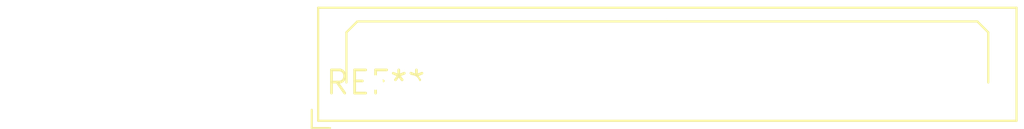
<source format=kicad_pcb>
(kicad_pcb (version 20240108) (generator pcbnew)
  (layers (0 "F.Cu" signal) (31 "B.Cu" signal) (34 "B.Paste" user) (35 "F.Paste" user) (36 "B.SilkS" user "B.Silkscreen") (37 "F.SilkS" user "F.Silkscreen") (38 "B.Mask" user) (39 "F.Mask" user) (44 "Edge.Cuts" user))
  (net 0 "")
  (footprint "Harwin_LTek-Male_2x17_P2.00mm_Vertical" (layer "F.Cu") (at 0 0)
    (property "Reference" "REF**")
    (property "Value" "Harwin_LTek-Male_2x17_P2.00mm_Vertical")
    (fp_line (start -3.5 1.5) (end -3.5 2.5) (layer "F.SilkS") (stroke (width 0.12)))
    (fp_line (start -3.5 2.5) (end -2.5 2.5) (layer "F.SilkS") (stroke (width 0.12)))
    (fp_line (start -3.15 -4.1) (end -3.15 2.1) (layer "F.SilkS") (stroke (width 0.12)))
    (fp_line (start -3.15 2.1) (end 35.15 2.1) (layer "F.SilkS") (stroke (width 0.12)))
    (fp_line (start -1.6 -2.75) (end -1 -3.35) (layer "F.SilkS") (stroke (width 0.12)))
    (fp_line (start -1.6 0) (end -1.6 -2.75) (layer "F.SilkS") (stroke (width 0.12)))
    (fp_line (start -1 -3.35) (end 16 -3.35) (layer "F.SilkS") (stroke (width 0.12)))
    (fp_line (start 33 -3.35) (end 16 -3.35) (layer "F.SilkS") (stroke (width 0.12)))
    (fp_line (start 33.6 -2.75) (end 33 -3.35) (layer "F.SilkS") (stroke (width 0.12)))
    (fp_line (start 33.6 0) (end 33.6 -2.75) (layer "F.SilkS") (stroke (width 0.12)))
    (fp_line (start 35.15 -4.1) (end -3.15 -4.1) (layer "F.SilkS") (stroke (width 0.12)))
    (fp_line (start 35.15 2.1) (end 35.15 -4.1) (layer "F.SilkS") (stroke (width 0.12)))
    (pad "1" thru_hole rect (at 0 0) (size 1.35 1.35) (drill 0.8) (layers *.Cu *.Mask) (remove_unused_layers))
    (pad "2" thru_hole circle (at 0 -2) (size 1.35 1.35) (drill 0.8) (layers *.Cu *.Mask) (remove_unused_layers))
    (pad "3" thru_hole circle (at 2 0) (size 1.35 1.35) (drill 0.8) (layers *.Cu *.Mask) (remove_unused_layers))
    (pad "4" thru_hole circle (at 2 -2) (size 1.35 1.35) (drill 0.8) (layers *.Cu *.Mask) (remove_unused_layers))
    (pad "5" thru_hole circle (at 4 0) (size 1.35 1.35) (drill 0.8) (layers *.Cu *.Mask) (remove_unused_layers))
    (pad "6" thru_hole circle (at 4 -2) (size 1.35 1.35) (drill 0.8) (layers *.Cu *.Mask) (remove_unused_layers))
    (pad "7" thru_hole circle (at 6 0) (size 1.35 1.35) (drill 0.8) (layers *.Cu *.Mask) (remove_unused_layers))
    (pad "8" thru_hole circle (at 6 -2) (size 1.35 1.35) (drill 0.8) (layers *.Cu *.Mask) (remove_unused_layers))
    (pad "9" thru_hole circle (at 8 0) (size 1.35 1.35) (drill 0.8) (layers *.Cu *.Mask) (remove_unused_layers))
    (pad "10" thru_hole circle (at 8 -2) (size 1.35 1.35) (drill 0.8) (layers *.Cu *.Mask) (remove_unused_layers))
    (pad "11" thru_hole circle (at 10 0) (size 1.35 1.35) (drill 0.8) (layers *.Cu *.Mask) (remove_unused_layers))
    (pad "12" thru_hole circle (at 10 -2) (size 1.35 1.35) (drill 0.8) (layers *.Cu *.Mask) (remove_unused_layers))
    (pad "13" thru_hole circle (at 12 0) (size 1.35 1.35) (drill 0.8) (layers *.Cu *.Mask) (remove_unused_layers))
    (pad "14" thru_hole circle (at 12 -2) (size 1.35 1.35) (drill 0.8) (layers *.Cu *.Mask) (remove_unused_layers))
    (pad "15" thru_hole circle (at 14 0) (size 1.35 1.35) (drill 0.8) (layers *.Cu *.Mask) (remove_unused_layers))
    (pad "16" thru_hole circle (at 14 -2) (size 1.35 1.35) (drill 0.8) (layers *.Cu *.Mask) (remove_unused_layers))
    (pad "17" thru_hole circle (at 16 0) (size 1.35 1.35) (drill 0.8) (layers *.Cu *.Mask) (remove_unused_layers))
    (pad "18" thru_hole circle (at 16 -2) (size 1.35 1.35) (drill 0.8) (layers *.Cu *.Mask) (remove_unused_layers))
    (pad "19" thru_hole circle (at 18 0) (size 1.35 1.35) (drill 0.8) (layers *.Cu *.Mask) (remove_unused_layers))
    (pad "20" thru_hole circle (at 18 -2) (size 1.35 1.35) (drill 0.8) (layers *.Cu *.Mask) (remove_unused_layers))
    (pad "21" thru_hole circle (at 20 0) (size 1.35 1.35) (drill 0.8) (layers *.Cu *.Mask) (remove_unused_layers))
    (pad "22" thru_hole circle (at 20 -2) (size 1.35 1.35) (drill 0.8) (layers *.Cu *.Mask) (remove_unused_layers))
    (pad "23" thru_hole circle (at 22 0) (size 1.35 1.35) (drill 0.8) (layers *.Cu *.Mask) (remove_unused_layers))
    (pad "24" thru_hole circle (at 22 -2) (size 1.35 1.35) (drill 0.8) (layers *.Cu *.Mask) (remove_unused_layers))
    (pad "25" thru_hole circle (at 24 0) (size 1.35 1.35) (drill 0.8) (layers *.Cu *.Mask) (remove_unused_layers))
    (pad "26" thru_hole circle (at 24 -2) (size 1.35 1.35) (drill 0.8) (layers *.Cu *.Mask) (remove_unused_layers))
    (pad "27" thru_hole circle (at 26 0) (size 1.35 1.35) (drill 0.8) (layers *.Cu *.Mask) (remove_unused_layers))
    (pad "28" thru_hole circle (at 26 -2) (size 1.35 1.35) (drill 0.8) (layers *.Cu *.Mask) (remove_unused_layers))
    (pad "29" thru_hole circle (at 28 0) (size 1.35 1.35) (drill 0.8) (layers *.Cu *.Mask) (remove_unused_layers))
    (pad "30" thru_hole circle (at 28 -2) (size 1.35 1.35) (drill 0.8) (layers *.Cu *.Mask) (remove_unused_layers))
    (pad "31" thru_hole circle (at 30 0) (size 1.35 1.35) (drill 0.8) (layers *.Cu *.Mask) (remove_unused_layers))
    (pad "32" thru_hole circle (at 30 -2) (size 1.35 1.35) (drill 0.8) (layers *.Cu *.Mask) (remove_unused_layers))
    (pad "33" thru_hole circle (at 32 0) (size 1.35 1.35) (drill 0.8) (layers *.Cu *.Mask) (remove_unused_layers))
    (pad "34" thru_hole circle (at 32 -2) (size 1.35 1.35) (drill 0.8) (layers *.Cu *.Mask) (remove_unused_layers))
  )
)
</source>
